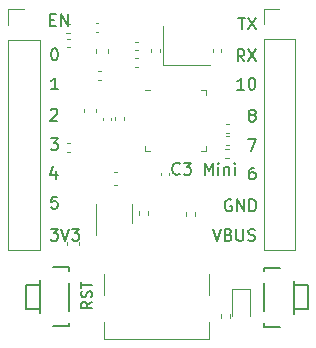
<source format=gto>
%TF.GenerationSoftware,KiCad,Pcbnew,(6.0.7)*%
%TF.CreationDate,2022-08-05T17:10:29+02:00*%
%TF.ProjectId,C3_mini,43335f6d-696e-4692-9e6b-696361645f70,rev?*%
%TF.SameCoordinates,Original*%
%TF.FileFunction,Legend,Top*%
%TF.FilePolarity,Positive*%
%FSLAX46Y46*%
G04 Gerber Fmt 4.6, Leading zero omitted, Abs format (unit mm)*
G04 Created by KiCad (PCBNEW (6.0.7)) date 2022-08-05 17:10:29*
%MOMM*%
%LPD*%
G01*
G04 APERTURE LIST*
%ADD10C,0.150000*%
%ADD11C,0.120000*%
%ADD12C,0.200000*%
G04 APERTURE END LIST*
D10*
X49138095Y-50200000D02*
X49042857Y-50152380D01*
X48900000Y-50152380D01*
X48757142Y-50200000D01*
X48661904Y-50295238D01*
X48614285Y-50390476D01*
X48566666Y-50580952D01*
X48566666Y-50723809D01*
X48614285Y-50914285D01*
X48661904Y-51009523D01*
X48757142Y-51104761D01*
X48900000Y-51152380D01*
X48995238Y-51152380D01*
X49138095Y-51104761D01*
X49185714Y-51057142D01*
X49185714Y-50723809D01*
X48995238Y-50723809D01*
X49614285Y-51152380D02*
X49614285Y-50152380D01*
X50185714Y-51152380D01*
X50185714Y-50152380D01*
X50661904Y-51152380D02*
X50661904Y-50152380D01*
X50900000Y-50152380D01*
X51042857Y-50200000D01*
X51138095Y-50295238D01*
X51185714Y-50390476D01*
X51233333Y-50580952D01*
X51233333Y-50723809D01*
X51185714Y-50914285D01*
X51138095Y-51009523D01*
X51042857Y-51104761D01*
X50900000Y-51152380D01*
X50661904Y-51152380D01*
X50209523Y-40852380D02*
X49638095Y-40852380D01*
X49923809Y-40852380D02*
X49923809Y-39852380D01*
X49828571Y-39995238D01*
X49733333Y-40090476D01*
X49638095Y-40138095D01*
X50828571Y-39852380D02*
X50923809Y-39852380D01*
X51019047Y-39900000D01*
X51066666Y-39947619D01*
X51114285Y-40042857D01*
X51161904Y-40233333D01*
X51161904Y-40471428D01*
X51114285Y-40661904D01*
X51066666Y-40757142D01*
X51019047Y-40804761D01*
X50923809Y-40852380D01*
X50828571Y-40852380D01*
X50733333Y-40804761D01*
X50685714Y-40757142D01*
X50638095Y-40661904D01*
X50590476Y-40471428D01*
X50590476Y-40233333D01*
X50638095Y-40042857D01*
X50685714Y-39947619D01*
X50733333Y-39900000D01*
X50828571Y-39852380D01*
X50233333Y-38452380D02*
X49900000Y-37976190D01*
X49661904Y-38452380D02*
X49661904Y-37452380D01*
X50042857Y-37452380D01*
X50138095Y-37500000D01*
X50185714Y-37547619D01*
X50233333Y-37642857D01*
X50233333Y-37785714D01*
X50185714Y-37880952D01*
X50138095Y-37928571D01*
X50042857Y-37976190D01*
X49661904Y-37976190D01*
X50566666Y-37452380D02*
X51233333Y-38452380D01*
X51233333Y-37452380D02*
X50566666Y-38452380D01*
X34460714Y-40827380D02*
X33889285Y-40827380D01*
X34175000Y-40827380D02*
X34175000Y-39827380D01*
X34079761Y-39970238D01*
X33984523Y-40065476D01*
X33889285Y-40113095D01*
X33836904Y-52627380D02*
X34455952Y-52627380D01*
X34122619Y-53008333D01*
X34265476Y-53008333D01*
X34360714Y-53055952D01*
X34408333Y-53103571D01*
X34455952Y-53198809D01*
X34455952Y-53436904D01*
X34408333Y-53532142D01*
X34360714Y-53579761D01*
X34265476Y-53627380D01*
X33979761Y-53627380D01*
X33884523Y-53579761D01*
X33836904Y-53532142D01*
X34741666Y-52627380D02*
X35075000Y-53627380D01*
X35408333Y-52627380D01*
X35646428Y-52627380D02*
X36265476Y-52627380D01*
X35932142Y-53008333D01*
X36075000Y-53008333D01*
X36170238Y-53055952D01*
X36217857Y-53103571D01*
X36265476Y-53198809D01*
X36265476Y-53436904D01*
X36217857Y-53532142D01*
X36170238Y-53579761D01*
X36075000Y-53627380D01*
X35789285Y-53627380D01*
X35694047Y-53579761D01*
X35646428Y-53532142D01*
X50804761Y-42980952D02*
X50709523Y-42933333D01*
X50661904Y-42885714D01*
X50614285Y-42790476D01*
X50614285Y-42742857D01*
X50661904Y-42647619D01*
X50709523Y-42600000D01*
X50804761Y-42552380D01*
X50995238Y-42552380D01*
X51090476Y-42600000D01*
X51138095Y-42647619D01*
X51185714Y-42742857D01*
X51185714Y-42790476D01*
X51138095Y-42885714D01*
X51090476Y-42933333D01*
X50995238Y-42980952D01*
X50804761Y-42980952D01*
X50709523Y-43028571D01*
X50661904Y-43076190D01*
X50614285Y-43171428D01*
X50614285Y-43361904D01*
X50661904Y-43457142D01*
X50709523Y-43504761D01*
X50804761Y-43552380D01*
X50995238Y-43552380D01*
X51090476Y-43504761D01*
X51138095Y-43457142D01*
X51185714Y-43361904D01*
X51185714Y-43171428D01*
X51138095Y-43076190D01*
X51090476Y-43028571D01*
X50995238Y-42980952D01*
X44752380Y-47957142D02*
X44704761Y-48004761D01*
X44561904Y-48052380D01*
X44466666Y-48052380D01*
X44323809Y-48004761D01*
X44228571Y-47909523D01*
X44180952Y-47814285D01*
X44133333Y-47623809D01*
X44133333Y-47480952D01*
X44180952Y-47290476D01*
X44228571Y-47195238D01*
X44323809Y-47100000D01*
X44466666Y-47052380D01*
X44561904Y-47052380D01*
X44704761Y-47100000D01*
X44752380Y-47147619D01*
X45085714Y-47052380D02*
X45704761Y-47052380D01*
X45371428Y-47433333D01*
X45514285Y-47433333D01*
X45609523Y-47480952D01*
X45657142Y-47528571D01*
X45704761Y-47623809D01*
X45704761Y-47861904D01*
X45657142Y-47957142D01*
X45609523Y-48004761D01*
X45514285Y-48052380D01*
X45228571Y-48052380D01*
X45133333Y-48004761D01*
X45085714Y-47957142D01*
X46895238Y-48052380D02*
X46895238Y-47052380D01*
X47228571Y-47766666D01*
X47561904Y-47052380D01*
X47561904Y-48052380D01*
X48038095Y-48052380D02*
X48038095Y-47385714D01*
X48038095Y-47052380D02*
X47990476Y-47100000D01*
X48038095Y-47147619D01*
X48085714Y-47100000D01*
X48038095Y-47052380D01*
X48038095Y-47147619D01*
X48514285Y-47385714D02*
X48514285Y-48052380D01*
X48514285Y-47480952D02*
X48561904Y-47433333D01*
X48657142Y-47385714D01*
X48800000Y-47385714D01*
X48895238Y-47433333D01*
X48942857Y-47528571D01*
X48942857Y-48052380D01*
X49419047Y-48052380D02*
X49419047Y-47385714D01*
X49419047Y-47052380D02*
X49371428Y-47100000D01*
X49419047Y-47147619D01*
X49466666Y-47100000D01*
X49419047Y-47052380D01*
X49419047Y-47147619D01*
X34290476Y-47710714D02*
X34290476Y-48377380D01*
X34052380Y-47329761D02*
X33814285Y-48044047D01*
X34433333Y-48044047D01*
X49738095Y-34752380D02*
X50309523Y-34752380D01*
X50023809Y-35752380D02*
X50023809Y-34752380D01*
X50547619Y-34752380D02*
X51214285Y-35752380D01*
X51214285Y-34752380D02*
X50547619Y-35752380D01*
X47566666Y-52652380D02*
X47900000Y-53652380D01*
X48233333Y-52652380D01*
X48900000Y-53128571D02*
X49042857Y-53176190D01*
X49090476Y-53223809D01*
X49138095Y-53319047D01*
X49138095Y-53461904D01*
X49090476Y-53557142D01*
X49042857Y-53604761D01*
X48947619Y-53652380D01*
X48566666Y-53652380D01*
X48566666Y-52652380D01*
X48900000Y-52652380D01*
X48995238Y-52700000D01*
X49042857Y-52747619D01*
X49090476Y-52842857D01*
X49090476Y-52938095D01*
X49042857Y-53033333D01*
X48995238Y-53080952D01*
X48900000Y-53128571D01*
X48566666Y-53128571D01*
X49566666Y-52652380D02*
X49566666Y-53461904D01*
X49614285Y-53557142D01*
X49661904Y-53604761D01*
X49757142Y-53652380D01*
X49947619Y-53652380D01*
X50042857Y-53604761D01*
X50090476Y-53557142D01*
X50138095Y-53461904D01*
X50138095Y-52652380D01*
X50566666Y-53604761D02*
X50709523Y-53652380D01*
X50947619Y-53652380D01*
X51042857Y-53604761D01*
X51090476Y-53557142D01*
X51138095Y-53461904D01*
X51138095Y-53366666D01*
X51090476Y-53271428D01*
X51042857Y-53223809D01*
X50947619Y-53176190D01*
X50757142Y-53128571D01*
X50661904Y-53080952D01*
X50614285Y-53033333D01*
X50566666Y-52938095D01*
X50566666Y-52842857D01*
X50614285Y-52747619D01*
X50661904Y-52700000D01*
X50757142Y-52652380D01*
X50995238Y-52652380D01*
X51138095Y-52700000D01*
X33841666Y-44952380D02*
X34460714Y-44952380D01*
X34127380Y-45333333D01*
X34270238Y-45333333D01*
X34365476Y-45380952D01*
X34413095Y-45428571D01*
X34460714Y-45523809D01*
X34460714Y-45761904D01*
X34413095Y-45857142D01*
X34365476Y-45904761D01*
X34270238Y-45952380D01*
X33984523Y-45952380D01*
X33889285Y-45904761D01*
X33841666Y-45857142D01*
X37332142Y-58792857D02*
X36903571Y-59092857D01*
X37332142Y-59307142D02*
X36432142Y-59307142D01*
X36432142Y-58964285D01*
X36475000Y-58878571D01*
X36517857Y-58835714D01*
X36603571Y-58792857D01*
X36732142Y-58792857D01*
X36817857Y-58835714D01*
X36860714Y-58878571D01*
X36903571Y-58964285D01*
X36903571Y-59307142D01*
X37289285Y-58450000D02*
X37332142Y-58321428D01*
X37332142Y-58107142D01*
X37289285Y-58021428D01*
X37246428Y-57978571D01*
X37160714Y-57935714D01*
X37075000Y-57935714D01*
X36989285Y-57978571D01*
X36946428Y-58021428D01*
X36903571Y-58107142D01*
X36860714Y-58278571D01*
X36817857Y-58364285D01*
X36775000Y-58407142D01*
X36689285Y-58450000D01*
X36603571Y-58450000D01*
X36517857Y-58407142D01*
X36475000Y-58364285D01*
X36432142Y-58278571D01*
X36432142Y-58064285D01*
X36475000Y-57935714D01*
X36432142Y-57678571D02*
X36432142Y-57164285D01*
X37332142Y-57421428D02*
X36432142Y-57421428D01*
X34388095Y-49927380D02*
X33911904Y-49927380D01*
X33864285Y-50403571D01*
X33911904Y-50355952D01*
X34007142Y-50308333D01*
X34245238Y-50308333D01*
X34340476Y-50355952D01*
X34388095Y-50403571D01*
X34435714Y-50498809D01*
X34435714Y-50736904D01*
X34388095Y-50832142D01*
X34340476Y-50879761D01*
X34245238Y-50927380D01*
X34007142Y-50927380D01*
X33911904Y-50879761D01*
X33864285Y-50832142D01*
X33839285Y-42572619D02*
X33886904Y-42525000D01*
X33982142Y-42477380D01*
X34220238Y-42477380D01*
X34315476Y-42525000D01*
X34363095Y-42572619D01*
X34410714Y-42667857D01*
X34410714Y-42763095D01*
X34363095Y-42905952D01*
X33791666Y-43477380D01*
X34410714Y-43477380D01*
X50566666Y-45052380D02*
X51233333Y-45052380D01*
X50804761Y-46052380D01*
X33786904Y-34928571D02*
X34120238Y-34928571D01*
X34263095Y-35452380D02*
X33786904Y-35452380D01*
X33786904Y-34452380D01*
X34263095Y-34452380D01*
X34691666Y-35452380D02*
X34691666Y-34452380D01*
X35263095Y-35452380D01*
X35263095Y-34452380D01*
X34102380Y-37352380D02*
X34197619Y-37352380D01*
X34292857Y-37400000D01*
X34340476Y-37447619D01*
X34388095Y-37542857D01*
X34435714Y-37733333D01*
X34435714Y-37971428D01*
X34388095Y-38161904D01*
X34340476Y-38257142D01*
X34292857Y-38304761D01*
X34197619Y-38352380D01*
X34102380Y-38352380D01*
X34007142Y-38304761D01*
X33959523Y-38257142D01*
X33911904Y-38161904D01*
X33864285Y-37971428D01*
X33864285Y-37733333D01*
X33911904Y-37542857D01*
X33959523Y-37447619D01*
X34007142Y-37400000D01*
X34102380Y-37352380D01*
X51090476Y-47452380D02*
X50900000Y-47452380D01*
X50804761Y-47500000D01*
X50757142Y-47547619D01*
X50661904Y-47690476D01*
X50614285Y-47880952D01*
X50614285Y-48261904D01*
X50661904Y-48357142D01*
X50709523Y-48404761D01*
X50804761Y-48452380D01*
X50995238Y-48452380D01*
X51090476Y-48404761D01*
X51138095Y-48357142D01*
X51185714Y-48261904D01*
X51185714Y-48023809D01*
X51138095Y-47928571D01*
X51090476Y-47880952D01*
X50995238Y-47833333D01*
X50804761Y-47833333D01*
X50709523Y-47880952D01*
X50661904Y-47928571D01*
X50614285Y-48023809D01*
D11*
%TO.C,C14*%
X35432836Y-36565000D02*
X35217164Y-36565000D01*
X35432836Y-37285000D02*
X35217164Y-37285000D01*
%TO.C,C17*%
X36210000Y-53734420D02*
X36210000Y-54015580D01*
X35190000Y-53734420D02*
X35190000Y-54015580D01*
%TO.C,R1*%
X41345000Y-51453641D02*
X41345000Y-51146359D01*
X42105000Y-51453641D02*
X42105000Y-51146359D01*
%TO.C,J2*%
X30245000Y-54460000D02*
X32905000Y-54460000D01*
X32905000Y-36620000D02*
X32905000Y-54460000D01*
X30245000Y-36620000D02*
X30245000Y-54460000D01*
X30245000Y-35350000D02*
X30245000Y-34020000D01*
X30245000Y-34020000D02*
X31575000Y-34020000D01*
X30245000Y-36620000D02*
X32905000Y-36620000D01*
D12*
%TO.C,SW1*%
X34075000Y-55900000D02*
X35425000Y-55900000D01*
X31725000Y-59400000D02*
X32925000Y-59400000D01*
X32925000Y-57000000D02*
X32925000Y-59800000D01*
X34075000Y-60900000D02*
X35425000Y-60900000D01*
X35425000Y-60900000D02*
X35425000Y-60600000D01*
X31725000Y-57400000D02*
X31725000Y-59400000D01*
X32925000Y-57400000D02*
X31725000Y-57400000D01*
X35425000Y-57200000D02*
X35425000Y-59600000D01*
X35425000Y-55900000D02*
X35425000Y-56200000D01*
D11*
%TO.C,R4*%
X35493641Y-45395000D02*
X35186359Y-45395000D01*
X35493641Y-46155000D02*
X35186359Y-46155000D01*
%TO.C,PS1*%
X37640000Y-51350000D02*
X37640000Y-50550000D01*
X40760000Y-51350000D02*
X40760000Y-50550000D01*
X40760000Y-51350000D02*
X40760000Y-52150000D01*
X37640000Y-51350000D02*
X37640000Y-53150000D01*
%TO.C,R3*%
X35453641Y-35270000D02*
X35146359Y-35270000D01*
X35453641Y-36030000D02*
X35146359Y-36030000D01*
%TO.C,C18*%
X39184420Y-47865000D02*
X39465580Y-47865000D01*
X39184420Y-48885000D02*
X39465580Y-48885000D01*
%TO.C,C16*%
X38057836Y-39290000D02*
X37842164Y-39290000D01*
X38057836Y-40010000D02*
X37842164Y-40010000D01*
%TO.C,U1*%
X41790000Y-46085000D02*
X41790000Y-45610000D01*
X47010000Y-40865000D02*
X47010000Y-41340000D01*
X42265000Y-46085000D02*
X41790000Y-46085000D01*
X46535000Y-46085000D02*
X47010000Y-46085000D01*
X47010000Y-46085000D02*
X47010000Y-45610000D01*
X42265000Y-40865000D02*
X41790000Y-40865000D01*
X46535000Y-40865000D02*
X47010000Y-40865000D01*
%TO.C,Y1*%
X43325000Y-35500000D02*
X43325000Y-38800000D01*
X43325000Y-38800000D02*
X47325000Y-38800000D01*
%TO.C,J3*%
X51870000Y-36595000D02*
X51870000Y-54435000D01*
X51870000Y-54435000D02*
X54530000Y-54435000D01*
X51870000Y-36595000D02*
X54530000Y-36595000D01*
X54530000Y-36595000D02*
X54530000Y-54435000D01*
X51870000Y-33995000D02*
X53200000Y-33995000D01*
X51870000Y-35325000D02*
X51870000Y-33995000D01*
%TO.C,C4*%
X38240000Y-43217164D02*
X38240000Y-43432836D01*
X38960000Y-43217164D02*
X38960000Y-43432836D01*
%TO.C,LED1*%
X49215000Y-57702500D02*
X49215000Y-59987500D01*
X50685000Y-57702500D02*
X49215000Y-57702500D01*
X50685000Y-59987500D02*
X50685000Y-57702500D01*
%TO.C,R5*%
X48980000Y-60153641D02*
X48980000Y-59846359D01*
X48220000Y-60153641D02*
X48220000Y-59846359D01*
%TO.C,C12*%
X43060000Y-37442164D02*
X43060000Y-37657836D01*
X42340000Y-37442164D02*
X42340000Y-37657836D01*
%TO.C,R2*%
X46055000Y-51553641D02*
X46055000Y-51246359D01*
X45295000Y-51553641D02*
X45295000Y-51246359D01*
%TO.C,J1*%
X47270000Y-56455000D02*
X47270000Y-58255000D01*
X38330000Y-61965000D02*
X38330000Y-60505000D01*
X38330000Y-56455000D02*
X38330000Y-58255000D01*
X47270000Y-61965000D02*
X47270000Y-60505000D01*
X47270000Y-61965000D02*
X38330000Y-61965000D01*
%TO.C,C3*%
X36690000Y-42459420D02*
X36690000Y-42740580D01*
X37710000Y-42459420D02*
X37710000Y-42740580D01*
%TO.C,C15*%
X37857836Y-35960000D02*
X37642164Y-35960000D01*
X37857836Y-35240000D02*
X37642164Y-35240000D01*
%TO.C,C1*%
X41207836Y-36790000D02*
X40992164Y-36790000D01*
X41207836Y-37510000D02*
X40992164Y-37510000D01*
D12*
%TO.C,SW2*%
X55600000Y-59425000D02*
X55600000Y-57425000D01*
X53250000Y-60925000D02*
X51900000Y-60925000D01*
X55600000Y-57425000D02*
X54400000Y-57425000D01*
X51900000Y-59625000D02*
X51900000Y-57225000D01*
X54400000Y-59425000D02*
X55600000Y-59425000D01*
X51900000Y-60925000D02*
X51900000Y-60625000D01*
X51900000Y-55925000D02*
X51900000Y-56225000D01*
X53250000Y-55925000D02*
X51900000Y-55925000D01*
X54400000Y-59825000D02*
X54400000Y-57025000D01*
D11*
%TO.C,C11*%
X48692164Y-43765000D02*
X48907836Y-43765000D01*
X48692164Y-44485000D02*
X48907836Y-44485000D01*
%TO.C,C8*%
X48692164Y-45510000D02*
X48907836Y-45510000D01*
X48692164Y-44790000D02*
X48907836Y-44790000D01*
%TO.C,C7*%
X43860000Y-47892164D02*
X43860000Y-48107836D01*
X43140000Y-47892164D02*
X43140000Y-48107836D01*
%TO.C,C6*%
X40035000Y-43167164D02*
X40035000Y-43382836D01*
X39315000Y-43167164D02*
X39315000Y-43382836D01*
%TO.C,L1*%
X37640000Y-37437221D02*
X37640000Y-37762779D01*
X38660000Y-37437221D02*
X38660000Y-37762779D01*
%TO.C,R6*%
X48928641Y-46630000D02*
X48621359Y-46630000D01*
X48928641Y-45870000D02*
X48621359Y-45870000D01*
%TO.C,C5*%
X41207836Y-38190000D02*
X40992164Y-38190000D01*
X41207836Y-38910000D02*
X40992164Y-38910000D01*
%TO.C,C13*%
X48260000Y-37657836D02*
X48260000Y-37442164D01*
X47540000Y-37657836D02*
X47540000Y-37442164D01*
%TD*%
M02*

</source>
